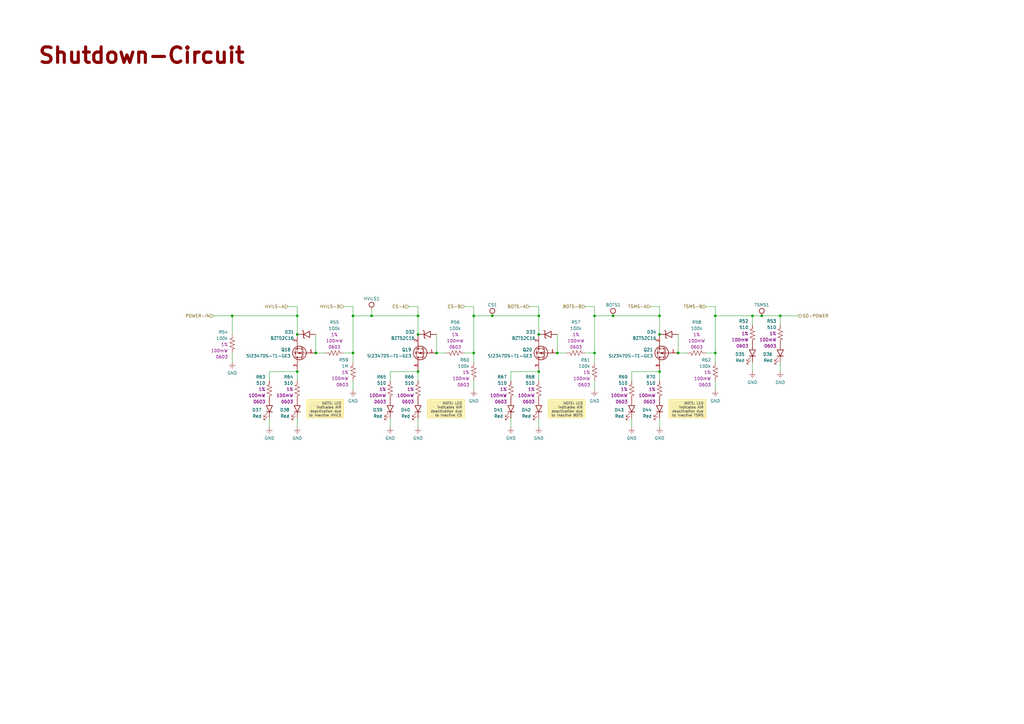
<source format=kicad_sch>
(kicad_sch (version 20250114) (generator "eeschema") (generator_version "9.0")
  (paper "A3")
  (lib_symbols
    (symbol "-Diodes-LED:NCD0805R1" (pin_numbers (hide yes)) (pin_names (hide yes))
      (property "Reference" "D" (at 0 -7.62 0))
      (property "Value" "Red" (at 0 -11.43 0))
      (symbol "NCD0805R1_1_1"
        (pin passive line (at 0 0 0) (length 2.54) (name "A") (number "2"))
        (pin passive line (at 7.62 0 180) (length 2.54) (name "K") (number "1"))
      )
    )
    (symbol "-Diodes-Zener:BZT52C16" (pin_numbers (hide yes)) (pin_names (hide yes))
      (property "Reference" "D" (at 0 -7.62 0))
      (property "Value" "BZT52C16" (at 0 -11.43 0))
      (symbol "BZT52C16_1_1"
        (pin passive line (at 0 0 0) (length 2.54) (name "A") (number "2"))
        (pin passive line (at 7.62 0 180) (length 2.54) (name "K") (number "1"))
      )
    )
    (symbol "-MOSFET-P-Channel:SI2347DS-T1-GE3" (pin_names (hide yes))
      (property "Reference" "Q" (at 0 -19.05 0))
      (property "Value" "SI2347DS-T1-GE3" (at 0 -22.86 0))
      (symbol "SI2347DS-T1-GE3_1_1"
        (pin passive line (at 0 0 0) (length 3.937) (name "G") (number "1"))
        (pin passive line (at 7.62 7.62 270) (length 4.953) (name "D") (number "3"))
        (pin passive line (at 7.62 -7.62 90) (length 4.953) (name "S") (number "2"))
      )
    )
    (symbol "-R-SMD-0603:R-0603-100k-1%-100mW-100PPM" (pin_numbers (hide yes)) (pin_names (hide yes))
      (property "Reference" "R" (at 0 -7.62 0))
      (property "Value" "100k" (at 0 -11.43 0))
      (property "Tolerance" "1%" (at 0 -26.67 0))
      (property "Power Rating" "100mW" (at 0 -30.48 0))
      (property "Case/Package" "0603" (at 0 -34.29 0))
      (symbol "R-0603-100k-1%-100mW-100PPM_1_1"
        (pin passive line (at 0 0 0) (length 1.27) (name "1") (number "1"))
        (pin passive line (at 7.62 0 180) (length 1.27) (name "2") (number "2"))
      )
    )
    (symbol "-R-SMD-0603:R-0603-1M-1%-100mW-100PPM" (pin_numbers (hide yes)) (pin_names (hide yes))
      (property "Reference" "R" (at 0 -7.62 0))
      (property "Value" "1M" (at 0 -11.43 0))
      (property "Tolerance" "1%" (at 0 -26.67 0))
      (property "Power Rating" "100mW" (at 0 -30.48 0))
      (property "Case/Package" "0603" (at 0 -34.29 0))
      (symbol "R-0603-1M-1%-100mW-100PPM_1_1"
        (pin passive line (at 0 0 0) (length 1.27) (name "1") (number "1"))
        (pin passive line (at 7.62 0 180) (length 1.27) (name "2") (number "2"))
      )
    )
    (symbol "-R-SMD-0603:R-0603-510-1%-100mW-100PPM" (pin_numbers (hide yes)) (pin_names (hide yes))
      (property "Reference" "R" (at 0 -7.62 0))
      (property "Value" "510" (at 0 -11.43 0))
      (property "Tolerance" "1%" (at 0 -26.67 0))
      (property "Power Rating" "100mW" (at 0 -30.48 0))
      (property "Case/Package" "0603" (at 0 -34.29 0))
      (symbol "R-0603-510-1%-100mW-100PPM_1_1"
        (pin passive line (at 0 0 0) (length 1.27) (name "1") (number "1"))
        (pin passive line (at 7.62 0 180) (length 1.27) (name "2") (number "2"))
      )
    )
    (symbol "-Test-Points:Square-Pad-1mm" (pin_numbers (hide yes)) (pin_names (hide yes))
      (property "Reference" "TP" (at 0 -11.43 0))
      (symbol "Square-Pad-1mm_1_1"
        (pin passive line (at 0 0 90) (length 0.9906) (name "1") (number "1"))
      )
    )
    (symbol "power:Earth" (power) (pin_numbers (hide yes)) (pin_names (offset 0) (hide yes))
      (property "Value" "Earth" (at 0 -3.81 0))
      (symbol "Earth_1_1"
        (pin power_in line (at 0 0 270) (length 0) (name "~") (number "1"))
      )
    )
  )
  (text "Shutdown-Circuit" (at 15.24 26.67 0) (effects (font (size 6.35 6.35) (thickness 1.27) (bold yes)) (justify left bottom)))
  (text_box "NOTE: LED indicates AIR deactivation due to inactive HVILS" (at 140.97 163.83 0) (size -15.24 7.62) (margins 0.9525 0.9525 0.9525 0.9525) (stroke (width 0) (color 245 223 85 1)) (fill (type color) (color 247 238 178 1)) (effects (font (size 1.016 1.016)) (justify right top)))
  (text_box "NOTE: LED indicates AIR deactivation due to inactive BOTS" (at 240.03 163.83 0) (size -15.24 7.62) (margins 0.9525 0.9525 0.9525 0.9525) (stroke (width 0) (color 245 223 85 1)) (fill (type color) (color 247 238 178 1)) (effects (font (size 1.016 1.016)) (justify right top)))
  (text_box "NOTE: LED indicates AIR deactivation due to inactive CS" (at 190.5 163.83 0) (size -15.24 7.62) (margins 0.9525 0.9525 0.9525 0.9525) (stroke (width 0) (color 245 223 85 1)) (fill (type color) (color 247 238 178 1)) (effects (font (size 1.016 1.016)) (justify right top)))
  (text_box "NOTE: LED indicates AIR deactivation due to inactive TSMS" (at 274.32 163.83 0) (size 15.24 7.62) (margins 0.9525 0.9525 0.9525 0.9525) (stroke (width 0) (color 245 223 85 1)) (fill (type color) (color 247 238 178 1)) (effects (font (size 1.016 1.016)) (justify right top)))
  (junction (at 129.54 144.78))
  (junction (at 220.98 152.4))
  (junction (at 243.84 144.78))
  (junction (at 320.04 129.54))
  (junction (at 194.31 129.54))
  (junction (at 308.61 129.54))
  (junction (at 121.92 137.16))
  (junction (at 220.98 129.54))
  (junction (at 144.78 144.78))
  (junction (at 152.4 129.54))
  (junction (at 171.45 129.54))
  (junction (at 251.46 129.54))
  (junction (at 201.93 129.54))
  (junction (at 293.37 129.54))
  (junction (at 270.51 129.54))
  (junction (at 270.51 137.16))
  (junction (at 171.45 152.4))
  (junction (at 312.42 129.54))
  (junction (at 144.78 129.54))
  (junction (at 121.92 152.4))
  (junction (at 270.51 152.4))
  (junction (at 95.25 129.54))
  (junction (at 121.92 129.54))
  (junction (at 171.45 137.16))
  (junction (at 179.07 144.78))
  (junction (at 243.84 129.54))
  (junction (at 293.37 144.78))
  (junction (at 220.98 137.16))
  (junction (at 278.13 144.78))
  (junction (at 194.31 144.78))
  (junction (at 228.6 144.78))
  (wire (pts (xy 209.55 152.4) (xy 209.55 156.21)))
  (wire (pts (xy 320.04 129.54) (xy 312.42 129.54)))
  (wire (pts (xy 171.45 125.73) (xy 171.45 129.54)))
  (wire (pts (xy 220.98 129.54) (xy 220.98 137.16)))
  (wire (pts (xy 228.6 144.78) (xy 232.41 144.78)))
  (wire (pts (xy 289.56 125.73) (xy 293.37 125.73)))
  (wire (pts (xy 171.45 129.54) (xy 171.45 137.16)))
  (wire (pts (xy 293.37 125.73) (xy 293.37 129.54)))
  (wire (pts (xy 129.54 137.16) (xy 129.54 144.78)))
  (wire (pts (xy 129.54 144.78) (xy 133.35 144.78)))
  (wire (pts (xy 194.31 144.78) (xy 194.31 148.59)))
  (wire (pts (xy 320.04 129.54) (xy 327.66 129.54)))
  (wire (pts (xy 121.92 125.73) (xy 121.92 129.54)))
  (wire (pts (xy 259.08 171.45) (xy 259.08 175.26)))
  (wire (pts (xy 243.84 125.73) (xy 243.84 129.54)))
  (wire (pts (xy 167.64 125.73) (xy 171.45 125.73)))
  (wire (pts (xy 278.13 137.16) (xy 278.13 144.78)))
  (wire (pts (xy 220.98 171.45) (xy 220.98 175.26)))
  (wire (pts (xy 201.93 129.54) (xy 194.31 129.54)))
  (wire (pts (xy 171.45 152.4) (xy 171.45 156.21)))
  (wire (pts (xy 220.98 152.4) (xy 220.98 156.21)))
  (wire (pts (xy 121.92 129.54) (xy 121.92 137.16)))
  (wire (pts (xy 308.61 148.59) (xy 308.61 152.4)))
  (wire (pts (xy 220.98 152.4) (xy 209.55 152.4)))
  (wire (pts (xy 171.45 152.4) (xy 160.02 152.4)))
  (wire (pts (xy 144.78 125.73) (xy 144.78 129.54)))
  (wire (pts (xy 144.78 144.78) (xy 144.78 148.59)))
  (wire (pts (xy 308.61 129.54) (xy 293.37 129.54)))
  (wire (pts (xy 160.02 171.45) (xy 160.02 175.26)))
  (wire (pts (xy 179.07 144.78) (xy 182.88 144.78)))
  (wire (pts (xy 87.63 129.54) (xy 95.25 129.54)))
  (wire (pts (xy 266.7 125.73) (xy 270.51 125.73)))
  (wire (pts (xy 259.08 152.4) (xy 259.08 156.21)))
  (wire (pts (xy 144.78 144.78) (xy 140.97 144.78)))
  (wire (pts (xy 171.45 171.45) (xy 171.45 175.26)))
  (wire (pts (xy 152.4 129.54) (xy 144.78 129.54)))
  (wire (pts (xy 121.92 129.54) (xy 95.25 129.54)))
  (wire (pts (xy 194.31 144.78) (xy 190.5 144.78)))
  (wire (pts (xy 320.04 148.59) (xy 320.04 152.4)))
  (wire (pts (xy 194.31 125.73) (xy 194.31 129.54)))
  (wire (pts (xy 95.25 144.78) (xy 95.25 148.59)))
  (wire (pts (xy 121.92 152.4) (xy 121.92 156.21)))
  (wire (pts (xy 209.55 171.45) (xy 209.55 175.26)))
  (wire (pts (xy 179.07 137.16) (xy 179.07 144.78)))
  (wire (pts (xy 201.93 129.54) (xy 220.98 129.54)))
  (wire (pts (xy 118.11 125.73) (xy 121.92 125.73)))
  (wire (pts (xy 121.92 171.45) (xy 121.92 175.26)))
  (wire (pts (xy 160.02 152.4) (xy 160.02 156.21)))
  (wire (pts (xy 220.98 125.73) (xy 220.98 129.54)))
  (wire (pts (xy 278.13 144.78) (xy 281.94 144.78)))
  (wire (pts (xy 251.46 129.54) (xy 270.51 129.54)))
  (wire (pts (xy 217.17 125.73) (xy 220.98 125.73)))
  (wire (pts (xy 190.5 125.73) (xy 194.31 125.73)))
  (wire (pts (xy 110.49 152.4) (xy 110.49 156.21)))
  (wire (pts (xy 140.97 125.73) (xy 144.78 125.73)))
  (wire (pts (xy 240.03 125.73) (xy 243.84 125.73)))
  (wire (pts (xy 270.51 152.4) (xy 270.51 156.21)))
  (wire (pts (xy 270.51 171.45) (xy 270.51 175.26)))
  (wire (pts (xy 121.92 152.4) (xy 110.49 152.4)))
  (wire (pts (xy 293.37 144.78) (xy 289.56 144.78)))
  (wire (pts (xy 228.6 137.16) (xy 228.6 144.78)))
  (wire (pts (xy 293.37 160.02) (xy 293.37 156.21)))
  (wire (pts (xy 243.84 129.54) (xy 243.84 144.78)))
  (wire (pts (xy 152.4 129.54) (xy 171.45 129.54)))
  (wire (pts (xy 152.4 127) (xy 152.4 129.54)))
  (wire (pts (xy 270.51 129.54) (xy 270.51 137.16)))
  (wire (pts (xy 308.61 129.54) (xy 308.61 133.35)))
  (wire (pts (xy 144.78 129.54) (xy 144.78 144.78)))
  (wire (pts (xy 144.78 160.02) (xy 144.78 156.21)))
  (wire (pts (xy 293.37 129.54) (xy 293.37 144.78)))
  (wire (pts (xy 243.84 144.78) (xy 243.84 148.59)))
  (wire (pts (xy 320.04 129.54) (xy 320.04 133.35)))
  (wire (pts (xy 95.25 129.54) (xy 95.25 137.16)))
  (wire (pts (xy 312.42 129.54) (xy 308.61 129.54)))
  (wire (pts (xy 270.51 152.4) (xy 259.08 152.4)))
  (wire (pts (xy 110.49 171.45) (xy 110.49 175.26)))
  (wire (pts (xy 194.31 129.54) (xy 194.31 144.78)))
  (wire (pts (xy 293.37 144.78) (xy 293.37 148.59)))
  (wire (pts (xy 270.51 125.73) (xy 270.51 129.54)))
  (wire (pts (xy 243.84 144.78) (xy 240.03 144.78)))
  (wire (pts (xy 194.31 160.02) (xy 194.31 156.21)))
  (wire (pts (xy 251.46 129.54) (xy 243.84 129.54)))
  (wire (pts (xy 243.84 160.02) (xy 243.84 156.21)))
  (hierarchical_label "BOTS-A" (shape input) (at 217.17 125.73 180))
  (hierarchical_label "BOTS-B" (shape input) (at 240.03 125.73 180))
  (hierarchical_label "CS-A" (shape input) (at 167.64 125.73 180))
  (hierarchical_label "POWER-IN" (shape input) (at 87.63 129.54 180))
  (hierarchical_label "SD-POWER" (shape output) (at 327.66 129.54 0))
  (hierarchical_label "TSMS-A" (shape input) (at 266.7 125.73 180))
  (hierarchical_label "HVILS-A" (shape input) (at 118.11 125.73 180))
  (hierarchical_label "CS-B" (shape input) (at 190.5 125.73 180))
  (hierarchical_label "HVILS-B" (shape input) (at 140.97 125.73 180))
  (hierarchical_label "TSMS-B" (shape input) (at 289.56 125.73 180))
  (symbol (lib_id "-R-SMD-0603:R-0603-100k-1%-100mW-100PPM") (at 240.03 144.78 0) (mirror y) (unit 1)
    (property "Reference" "R57" (at 236.217 132.1741 0))
    (property "Value" "100k" (at 236.217 134.7141 0))
    (property "Footprint" "Resistor_SMD:R_0603_1608Metric_Pad0.98x0.95mm_HandSolder" (effects (hide yes)))
    (property "Datasheet" "https://jlcpcb.com/api/file/downloadByFileSystemAccessId/8579706350726930432" (effects (hide yes)))
    (property "Description" "100kΩ 0603 JLCPCB Basic Resistor" (effects (hide yes)))
    (property "Tolerance" "1%" (at 236.217 137.2541 0))
    (property "Power Rating" "100mW" (at 236.217 139.7941 0))
    (property "Case/Package" "0603" (at 236.217 142.3341 0))
    (property "Link" "https://jlcpcb.com/partdetail/26546-0603WAF1003T5E/C25803" (effects (hide yes)))
    (property "Manufacturer" "UNI-ROYAL" (effects (hide yes)))
    (property "Manufacturer P/N" "0603WAF1003T5E" (effects (hide yes)))
    (property "Digikey P/N" "RG16P100KBCT-ND" (effects (hide yes)))
    (property "Mouser P/N" "754-RG1608P-104-B-T5" (effects (hide yes)))
    (property "LCSC P/N" "C25803" (effects (hide yes)))
  )
  (symbol (lib_id "power:Earth") (at 194.31 160.02 0) (mirror y) (unit 1)
    (property "Reference" "#PWR054" (effects (hide yes)))
    (property "Value" "GND" (at 194.31 164.465 0))
    (property "Description" "Power symbol creates a global label with name \"Earth\"" (effects (hide yes)))
  )
  (symbol (lib_id "-R-SMD-0603:R-0603-100k-1%-100mW-100PPM") (at 140.97 144.78 0) (mirror y) (unit 1)
    (property "Reference" "R55" (at 137.157 132.1741 0))
    (property "Value" "100k" (at 137.157 134.7141 0))
    (property "Footprint" "Resistor_SMD:R_0603_1608Metric_Pad0.98x0.95mm_HandSolder" (effects (hide yes)))
    (property "Datasheet" "https://jlcpcb.com/api/file/downloadByFileSystemAccessId/8579706350726930432" (effects (hide yes)))
    (property "Description" "100kΩ 0603 JLCPCB Basic Resistor" (effects (hide yes)))
    (property "Tolerance" "1%" (at 137.157 137.2541 0))
    (property "Power Rating" "100mW" (at 137.157 139.7941 0))
    (property "Case/Package" "0603" (at 137.157 142.3341 0))
    (property "Link" "https://jlcpcb.com/partdetail/26546-0603WAF1003T5E/C25803" (effects (hide yes)))
    (property "Manufacturer" "UNI-ROYAL" (effects (hide yes)))
    (property "Manufacturer P/N" "0603WAF1003T5E" (effects (hide yes)))
    (property "Digikey P/N" "RG16P100KBCT-ND" (effects (hide yes)))
    (property "Mouser P/N" "754-RG1608P-104-B-T5" (effects (hide yes)))
    (property "LCSC P/N" "C25803" (effects (hide yes)))
  )
  (symbol (lib_id "-R-SMD-0603:R-0603-1M-1%-100mW-100PPM") (at 144.78 156.21 270) (mirror x) (unit 1)
    (property "Reference" "R59" (at 142.9411 147.6179 90) (effects (justify right)))
    (property "Value" "1M" (at 142.9411 150.1579 90) (effects (justify right)))
    (property "Footprint" "Resistor_SMD:R_0603_1608Metric_Pad0.98x0.95mm_HandSolder" (effects (hide yes)))
    (property "Datasheet" "https://jlcpcb.com/api/file/downloadByFileSystemAccessId/8579706152755920896" (effects (hide yes)))
    (property "Description" "1MΩ 0603 JLCPCB Basic Resistor" (effects (hide yes)))
    (property "Tolerance" "1%" (at 142.9411 152.6979 90) (effects (justify right)))
    (property "Power Rating" "100mW" (at 142.9411 155.2379 90) (effects (justify right)))
    (property "Case/Package" "0603" (at 142.9411 157.7779 90) (effects (justify right)))
    (property "Link" "https://jlcpcb.com/partdetail/23662-0603WAF1004T5E/C22935" (effects (hide yes)))
    (property "Manufacturer" "UNI-ROYAL" (effects (hide yes)))
    (property "Manufacturer P/N" "0603WAF1004T5E" (effects (hide yes)))
    (property "Digikey P/N" "YAG4498CT-ND" (effects (hide yes)))
    (property "Mouser P/N" "603-RT0603BRD071ML" (effects (hide yes)))
    (property "LCSC P/N" "C22935" (effects (hide yes)))
  )
  (symbol (lib_id "power:Earth") (at 110.49 175.26 0) (mirror y) (unit 1)
    (property "Reference" "#PWR057" (effects (hide yes)))
    (property "Value" "GND" (at 110.49 179.705 0))
    (property "Description" "Power symbol creates a global label with name \"Earth\"" (effects (hide yes)))
  )
  (symbol (lib_id "power:Earth") (at 259.08 175.26 0) (mirror y) (unit 1)
    (property "Reference" "#PWR063" (effects (hide yes)))
    (property "Value" "GND" (at 259.08 179.705 0))
    (property "Description" "Power symbol creates a global label with name \"Earth\"" (effects (hide yes)))
  )
  (symbol (lib_id "-R-SMD-0603:R-0603-100k-1%-100mW-100PPM") (at 243.84 156.21 270) (mirror x) (unit 1)
    (property "Reference" "R61" (at 242.0949 147.658 90) (effects (justify right)))
    (property "Value" "100k" (at 242.0949 150.198 90) (effects (justify right)))
    (property "Footprint" "Resistor_SMD:R_0603_1608Metric_Pad0.98x0.95mm_HandSolder" (effects (hide yes)))
    (property "Datasheet" "https://jlcpcb.com/api/file/downloadByFileSystemAccessId/8579706350726930432" (effects (hide yes)))
    (property "Description" "100kΩ 0603 JLCPCB Basic Resistor" (effects (hide yes)))
    (property "Tolerance" "1%" (at 242.0949 152.738 90) (effects (justify right)))
    (property "Power Rating" "100mW" (at 242.0949 155.278 90) (effects (justify right)))
    (property "Case/Package" "0603" (at 242.0949 157.818 90) (effects (justify right)))
    (property "Link" "https://jlcpcb.com/partdetail/26546-0603WAF1003T5E/C25803" (effects (hide yes)))
    (property "Manufacturer" "UNI-ROYAL" (effects (hide yes)))
    (property "Manufacturer P/N" "0603WAF1003T5E" (effects (hide yes)))
    (property "Digikey P/N" "RG16P100KBCT-ND" (effects (hide yes)))
    (property "Mouser P/N" "754-RG1608P-104-B-T5" (effects (hide yes)))
    (property "LCSC P/N" "C25803" (effects (hide yes)))
  )
  (symbol (lib_id "power:Earth") (at 220.98 175.26 0) (mirror y) (unit 1)
    (property "Reference" "#PWR062" (effects (hide yes)))
    (property "Value" "GND" (at 220.98 179.705 0))
    (property "Description" "Power symbol creates a global label with name \"Earth\"" (effects (hide yes)))
  )
  (symbol (lib_id "-Diodes-Zener:BZT52C16") (at 129.54 137.16 0) (mirror y) (unit 1)
    (property "Reference" "D31" (at 120.6226 136.1732 0) (effects (justify left)))
    (property "Value" "BZT52C16" (at 120.6226 138.7132 0) (effects (justify left)))
    (property "Footprint" "Diode_SMD:D_SOD-123" (effects (hide yes)))
    (property "Datasheet" "https://diotec.com/request/datasheet/bzt52c2v4.pdf" (effects (hide yes)))
    (property "Description" "Zener Diode 16 V 500 mW ±5% Surface Mount SOD-123F" (effects (hide yes)))
    (property "Link" "https://www.digikey.com/en/products/detail/diotec-semiconductor/BZT52C16/22192605?s=N4IgTCBcDaICwA4DsCC0AhAWgFQKxgGEBGANgO1QDkAREAXQF8g" (effects (hide yes)))
    (property "Manufacturer" "Diotec" (effects (hide yes)))
    (property "Manufacturer P/N" "BZT52C16" (effects (hide yes)))
    (property "Digikey P/N" "4878-BZT52C16CT-ND" (effects (hide yes)))
    (property "Mouser P/N" "637-BZT52C16" (effects (hide yes)))
    (property "LCSC P/N" "C2105" (effects (hide yes)))
  )
  (symbol (lib_id "-Diodes-Zener:BZT52C16") (at 179.07 137.16 0) (mirror y) (unit 1)
    (property "Reference" "D32" (at 170.1526 136.1732 0) (effects (justify left)))
    (property "Value" "BZT52C16" (at 170.1526 138.7132 0) (effects (justify left)))
    (property "Footprint" "Diode_SMD:D_SOD-123" (effects (hide yes)))
    (property "Datasheet" "https://diotec.com/request/datasheet/bzt52c2v4.pdf" (effects (hide yes)))
    (property "Description" "Zener Diode 16 V 500 mW ±5% Surface Mount SOD-123F" (effects (hide yes)))
    (property "Link" "https://www.digikey.com/en/products/detail/diotec-semiconductor/BZT52C16/22192605?s=N4IgTCBcDaICwA4DsCC0AhAWgFQKxgGEBGANgO1QDkAREAXQF8g" (effects (hide yes)))
    (property "Manufacturer" "Diotec" (effects (hide yes)))
    (property "Manufacturer P/N" "BZT52C16" (effects (hide yes)))
    (property "Digikey P/N" "4878-BZT52C16CT-ND" (effects (hide yes)))
    (property "Mouser P/N" "637-BZT52C16" (effects (hide yes)))
    (property "LCSC P/N" "C2105" (effects (hide yes)))
  )
  (symbol (lib_id "power:Earth") (at 171.45 175.26 0) (mirror y) (unit 1)
    (property "Reference" "#PWR060" (effects (hide yes)))
    (property "Value" "GND" (at 171.45 179.705 0))
    (property "Description" "Power symbol creates a global label with name \"Earth\"" (effects (hide yes)))
  )
  (symbol (lib_id "-Diodes-LED:NCD0805R1") (at 171.45 163.83 90) (mirror x) (unit 1)
    (property "Reference" "D40" (at 168.2715 168.1433 90) (effects (justify left)))
    (property "Value" "Red" (at 168.2715 170.6833 90) (effects (justify left)))
    (property "Footprint" "LED_SMD:LED_0805_2012Metric" (effects (hide yes)))
    (property "Datasheet" "https://jlcpcb.com/api/file/downloadByFileSystemAccessId/8550724080677908480" (effects (hide yes)))
    (property "Description" "Red LED, SMD 0805, 615-630 nm, Vf 1.6-2.6 V" (effects (hide yes)))
    (property "Link" "https://jlcpcb.com/partdetail/85425-NCD0805R1/C84256" (effects (hide yes)))
    (property "Manufacturer" "Foshan NationStar Optoelectronics" (effects (hide yes)))
    (property "Manufacturer P/N" "NCD0805R1" (effects (hide yes)))
    (property "Digikey P/N" "350-2039-1-ND" (effects (hide yes)))
    (property "Mouser P/N" "645-598-8120-107F" (effects (hide yes)))
    (property "LCSC P/N" "C84256" (effects (hide yes)))
  )
  (symbol (lib_id "-R-SMD-0603:R-0603-100k-1%-100mW-100PPM") (at 95.25 144.78 270) (mirror x) (unit 1)
    (property "Reference" "R54" (at 93.5049 136.228 90) (effects (justify right)))
    (property "Value" "100k" (at 93.5049 138.768 90) (effects (justify right)))
    (property "Footprint" "Resistor_SMD:R_0603_1608Metric_Pad0.98x0.95mm_HandSolder" (effects (hide yes)))
    (property "Datasheet" "https://jlcpcb.com/api/file/downloadByFileSystemAccessId/8579706350726930432" (effects (hide yes)))
    (property "Description" "100kΩ 0603 JLCPCB Basic Resistor" (effects (hide yes)))
    (property "Tolerance" "1%" (at 93.5049 141.308 90) (effects (justify right)))
    (property "Power Rating" "100mW" (at 93.5049 143.848 90) (effects (justify right)))
    (property "Case/Package" "0603" (at 93.5049 146.388 90) (effects (justify right)))
    (property "Link" "https://jlcpcb.com/partdetail/26546-0603WAF1003T5E/C25803" (effects (hide yes)))
    (property "Manufacturer" "UNI-ROYAL" (effects (hide yes)))
    (property "Manufacturer P/N" "0603WAF1003T5E" (effects (hide yes)))
    (property "Digikey P/N" "RG16P100KBCT-ND" (effects (hide yes)))
    (property "Mouser P/N" "754-RG1608P-104-B-T5" (effects (hide yes)))
    (property "LCSC P/N" "C25803" (effects (hide yes)))
  )
  (symbol (lib_id "-Diodes-LED:NCD0805R1") (at 259.08 163.83 90) (mirror x) (unit 1)
    (property "Reference" "D43" (at 255.9015 168.1433 90) (effects (justify left)))
    (property "Value" "Red" (at 255.9015 170.6833 90) (effects (justify left)))
    (property "Footprint" "LED_SMD:LED_0805_2012Metric" (effects (hide yes)))
    (property "Datasheet" "https://jlcpcb.com/api/file/downloadByFileSystemAccessId/8550724080677908480" (effects (hide yes)))
    (property "Description" "Red LED, SMD 0805, 615-630 nm, Vf 1.6-2.6 V" (effects (hide yes)))
    (property "Link" "https://jlcpcb.com/partdetail/85425-NCD0805R1/C84256" (effects (hide yes)))
    (property "Manufacturer" "Foshan NationStar Optoelectronics" (effects (hide yes)))
    (property "Manufacturer P/N" "NCD0805R1" (effects (hide yes)))
    (property "Digikey P/N" "350-2039-1-ND" (effects (hide yes)))
    (property "Mouser P/N" "645-598-8120-107F" (effects (hide yes)))
    (property "LCSC P/N" "C84256" (effects (hide yes)))
  )
  (symbol (lib_id "-R-SMD-0603:R-0603-510-1%-100mW-100PPM") (at 209.55 163.83 270) (mirror x) (unit 1)
    (property "Reference" "R67" (at 207.942 154.5928 90) (effects (justify right)))
    (property "Value" "510" (at 207.942 157.1328 90) (effects (justify right)))
    (property "Footprint" "Resistor_SMD:R_0603_1608Metric_Pad0.98x0.95mm_HandSolder" (effects (hide yes)))
    (property "Datasheet" "https://jlcpcb.com/api/file/downloadByFileSystemAccessId/8579706285526474752" (effects (hide yes)))
    (property "Description" "510Ω 0603 JLCPCB Basic Resistor" (effects (hide yes)))
    (property "Tolerance" "1%" (at 207.942 159.6728 90) (effects (justify right)))
    (property "Power Rating" "100mW" (at 207.942 162.2128 90) (effects (justify right)))
    (property "Case/Package" "0603" (at 207.942 164.7528 90) (effects (justify right)))
    (property "Link" "https://jlcpcb.com/partdetail/23920-0603WAF5100T5E/C23193" (effects (hide yes)))
    (property "Manufacturer" "UNI-ROYAL" (effects (hide yes)))
    (property "Manufacturer P/N" "0603WAF5100T5E" (effects (hide yes)))
    (property "Digikey P/N" "RR08P510DCT-ND" (effects (hide yes)))
    (property "Mouser P/N" "754-RR0816P-511D" (effects (hide yes)))
    (property "LCSC P/N" "C23193" (effects (hide yes)))
  )
  (symbol (lib_id "-Diodes-LED:NCD0805R1") (at 209.55 163.83 90) (mirror x) (unit 1)
    (property "Reference" "D41" (at 206.3715 168.1433 90) (effects (justify left)))
    (property "Value" "Red" (at 206.3715 170.6833 90) (effects (justify left)))
    (property "Footprint" "LED_SMD:LED_0805_2012Metric" (effects (hide yes)))
    (property "Datasheet" "https://jlcpcb.com/api/file/downloadByFileSystemAccessId/8550724080677908480" (effects (hide yes)))
    (property "Description" "Red LED, SMD 0805, 615-630 nm, Vf 1.6-2.6 V" (effects (hide yes)))
    (property "Link" "https://jlcpcb.com/partdetail/85425-NCD0805R1/C84256" (effects (hide yes)))
    (property "Manufacturer" "Foshan NationStar Optoelectronics" (effects (hide yes)))
    (property "Manufacturer P/N" "NCD0805R1" (effects (hide yes)))
    (property "Digikey P/N" "350-2039-1-ND" (effects (hide yes)))
    (property "Mouser P/N" "645-598-8120-107F" (effects (hide yes)))
    (property "LCSC P/N" "C84256" (effects (hide yes)))
  )
  (symbol (lib_id "-R-SMD-0603:R-0603-100k-1%-100mW-100PPM") (at 289.56 144.78 0) (mirror y) (unit 1)
    (property "Reference" "R58" (at 285.747 132.1741 0))
    (property "Value" "100k" (at 285.747 134.7141 0))
    (property "Footprint" "Resistor_SMD:R_0603_1608Metric_Pad0.98x0.95mm_HandSolder" (effects (hide yes)))
    (property "Datasheet" "https://jlcpcb.com/api/file/downloadByFileSystemAccessId/8579706350726930432" (effects (hide yes)))
    (property "Description" "100kΩ 0603 JLCPCB Basic Resistor" (effects (hide yes)))
    (property "Tolerance" "1%" (at 285.747 137.2541 0))
    (property "Power Rating" "100mW" (at 285.747 139.7941 0))
    (property "Case/Package" "0603" (at 285.747 142.3341 0))
    (property "Link" "https://jlcpcb.com/partdetail/26546-0603WAF1003T5E/C25803" (effects (hide yes)))
    (property "Manufacturer" "UNI-ROYAL" (effects (hide yes)))
    (property "Manufacturer P/N" "0603WAF1003T5E" (effects (hide yes)))
    (property "Digikey P/N" "RG16P100KBCT-ND" (effects (hide yes)))
    (property "Mouser P/N" "754-RG1608P-104-B-T5" (effects (hide yes)))
    (property "LCSC P/N" "C25803" (effects (hide yes)))
  )
  (symbol (lib_id "-R-SMD-0603:R-0603-100k-1%-100mW-100PPM") (at 293.37 156.21 270) (mirror x) (unit 1)
    (property "Reference" "R62" (at 291.6249 147.658 90) (effects (justify right)))
    (property "Value" "100k" (at 291.6249 150.198 90) (effects (justify right)))
    (property "Footprint" "Resistor_SMD:R_0603_1608Metric_Pad0.98x0.95mm_HandSolder" (effects (hide yes)))
    (property "Datasheet" "https://jlcpcb.com/api/file/downloadByFileSystemAccessId/8579706350726930432" (effects (hide yes)))
    (property "Description" "100kΩ 0603 JLCPCB Basic Resistor" (effects (hide yes)))
    (property "Tolerance" "1%" (at 291.6249 152.738 90) (effects (justify right)))
    (property "Power Rating" "100mW" (at 291.6249 155.278 90) (effects (justify right)))
    (property "Case/Package" "0603" (at 291.6249 157.818 90) (effects (justify right)))
    (property "Link" "https://jlcpcb.com/partdetail/26546-0603WAF1003T5E/C25803" (effects (hide yes)))
    (property "Manufacturer" "UNI-ROYAL" (effects (hide yes)))
    (property "Manufacturer P/N" "0603WAF1003T5E" (effects (hide yes)))
    (property "Digikey P/N" "RG16P100KBCT-ND" (effects (hide yes)))
    (property "Mouser P/N" "754-RG1608P-104-B-T5" (effects (hide yes)))
    (property "LCSC P/N" "C25803" (effects (hide yes)))
  )
  (symbol (lib_id "-R-SMD-0603:R-0603-510-1%-100mW-100PPM") (at 121.92 163.83 270) (mirror x) (unit 1)
    (property "Reference" "R64" (at 120.312 154.5928 90) (effects (justify right)))
    (property "Value" "510" (at 120.312 157.1328 90) (effects (justify right)))
    (property "Footprint" "Resistor_SMD:R_0603_1608Metric_Pad0.98x0.95mm_HandSolder" (effects (hide yes)))
    (property "Datasheet" "https://jlcpcb.com/api/file/downloadByFileSystemAccessId/8579706285526474752" (effects (hide yes)))
    (property "Description" "510Ω 0603 JLCPCB Basic Resistor" (effects (hide yes)))
    (property "Tolerance" "1%" (at 120.312 159.6728 90) (effects (justify right)))
    (property "Power Rating" "100mW" (at 120.312 162.2128 90) (effects (justify right)))
    (property "Case/Package" "0603" (at 120.312 164.7528 90) (effects (justify right)))
    (property "Link" "https://jlcpcb.com/partdetail/23920-0603WAF5100T5E/C23193" (effects (hide yes)))
    (property "Manufacturer" "UNI-ROYAL" (effects (hide yes)))
    (property "Manufacturer P/N" "0603WAF5100T5E" (effects (hide yes)))
    (property "Digikey P/N" "RR08P510DCT-ND" (effects (hide yes)))
    (property "Mouser P/N" "754-RR0816P-511D" (effects (hide yes)))
    (property "LCSC P/N" "C23193" (effects (hide yes)))
  )
  (symbol (lib_id "-R-SMD-0603:R-0603-510-1%-100mW-100PPM") (at 110.49 163.83 270) (mirror x) (unit 1)
    (property "Reference" "R63" (at 108.882 154.5928 90) (effects (justify right)))
    (property "Value" "510" (at 108.882 157.1328 90) (effects (justify right)))
    (property "Footprint" "Resistor_SMD:R_0603_1608Metric_Pad0.98x0.95mm_HandSolder" (effects (hide yes)))
    (property "Datasheet" "https://jlcpcb.com/api/file/downloadByFileSystemAccessId/8579706285526474752" (effects (hide yes)))
    (property "Description" "510Ω 0603 JLCPCB Basic Resistor" (effects (hide yes)))
    (property "Tolerance" "1%" (at 108.882 159.6728 90) (effects (justify right)))
    (property "Power Rating" "100mW" (at 108.882 162.2128 90) (effects (justify right)))
    (property "Case/Package" "0603" (at 108.882 164.7528 90) (effects (justify right)))
    (property "Link" "https://jlcpcb.com/partdetail/23920-0603WAF5100T5E/C23193" (effects (hide yes)))
    (property "Manufacturer" "UNI-ROYAL" (effects (hide yes)))
    (property "Manufacturer P/N" "0603WAF5100T5E" (effects (hide yes)))
    (property "Digikey P/N" "RR08P510DCT-ND" (effects (hide yes)))
    (property "Mouser P/N" "754-RR0816P-511D" (effects (hide yes)))
    (property "LCSC P/N" "C23193" (effects (hide yes)))
  )
  (symbol (lib_id "-R-SMD-0603:R-0603-510-1%-100mW-100PPM") (at 308.61 140.97 270) (mirror x) (unit 1)
    (property "Reference" "R52" (at 307.002 131.7328 90) (effects (justify right)))
    (property "Value" "510" (at 307.002 134.2728 90) (effects (justify right)))
    (property "Footprint" "Resistor_SMD:R_0603_1608Metric_Pad0.98x0.95mm_HandSolder" (effects (hide yes)))
    (property "Datasheet" "https://jlcpcb.com/api/file/downloadByFileSystemAccessId/8579706285526474752" (effects (hide yes)))
    (property "Description" "510Ω 0603 JLCPCB Basic Resistor" (effects (hide yes)))
    (property "Tolerance" "1%" (at 307.002 136.8128 90) (effects (justify right)))
    (property "Power Rating" "100mW" (at 307.002 139.3528 90) (effects (justify right)))
    (property "Case/Package" "0603" (at 307.002 141.8928 90) (effects (justify right)))
    (property "Link" "https://jlcpcb.com/partdetail/23920-0603WAF5100T5E/C23193" (effects (hide yes)))
    (property "Manufacturer" "UNI-ROYAL" (effects (hide yes)))
    (property "Manufacturer P/N" "0603WAF5100T5E" (effects (hide yes)))
    (property "Digikey P/N" "RR08P510DCT-ND" (effects (hide yes)))
    (property "Mouser P/N" "754-RR0816P-511D" (effects (hide yes)))
    (property "LCSC P/N" "C23193" (effects (hide yes)))
  )
  (symbol (lib_id "-Test-Points:Square-Pad-1mm") (at 312.42 129.54 0) (mirror y) (unit 1)
    (property "Reference" "TSMS1" (at 312.4612 125.0539 0))
    (property "Value" "TSMS" (effects (hide yes)))
    (property "Footprint" "TestPoint:TestPoint_Pad_1.0x1.0mm" (effects (hide yes)))
    (property "Description" "Square Pad 1mm" (effects (hide yes)))
  )
  (symbol (lib_id "-Diodes-LED:NCD0805R1") (at 220.98 163.83 90) (mirror x) (unit 1)
    (property "Reference" "D42" (at 217.8015 168.1433 90) (effects (justify left)))
    (property "Value" "Red" (at 217.8015 170.6833 90) (effects (justify left)))
    (property "Footprint" "LED_SMD:LED_0805_2012Metric" (effects (hide yes)))
    (property "Datasheet" "https://jlcpcb.com/api/file/downloadByFileSystemAccessId/8550724080677908480" (effects (hide yes)))
    (property "Description" "Red LED, SMD 0805, 615-630 nm, Vf 1.6-2.6 V" (effects (hide yes)))
    (property "Link" "https://jlcpcb.com/partdetail/85425-NCD0805R1/C84256" (effects (hide yes)))
    (property "Manufacturer" "Foshan NationStar Optoelectronics" (effects (hide yes)))
    (property "Manufacturer P/N" "NCD0805R1" (effects (hide yes)))
    (property "Digikey P/N" "350-2039-1-ND" (effects (hide yes)))
    (property "Mouser P/N" "645-598-8120-107F" (effects (hide yes)))
    (property "LCSC P/N" "C84256" (effects (hide yes)))
  )
  (symbol (lib_id "power:Earth") (at 293.37 160.02 0) (mirror y) (unit 1)
    (property "Reference" "#PWR056" (effects (hide yes)))
    (property "Value" "GND" (at 293.37 164.465 0))
    (property "Description" "Power symbol creates a global label with name \"Earth\"" (effects (hide yes)))
  )
  (symbol (lib_id "-Diodes-Zener:BZT52C16") (at 278.13 137.16 0) (mirror y) (unit 1)
    (property "Reference" "D34" (at 269.2126 136.1732 0) (effects (justify left)))
    (property "Value" "BZT52C16" (at 269.2126 138.7132 0) (effects (justify left)))
    (property "Footprint" "Diode_SMD:D_SOD-123" (effects (hide yes)))
    (property "Datasheet" "https://diotec.com/request/datasheet/bzt52c2v4.pdf" (effects (hide yes)))
    (property "Description" "Zener Diode 16 V 500 mW ±5% Surface Mount SOD-123F" (effects (hide yes)))
    (property "Link" "https://www.digikey.com/en/products/detail/diotec-semiconductor/BZT52C16/22192605?s=N4IgTCBcDaICwA4DsCC0AhAWgFQKxgGEBGANgO1QDkAREAXQF8g" (effects (hide yes)))
    (property "Manufacturer" "Diotec" (effects (hide yes)))
    (property "Manufacturer P/N" "BZT52C16" (effects (hide yes)))
    (property "Digikey P/N" "4878-BZT52C16CT-ND" (effects (hide yes)))
    (property "Mouser P/N" "637-BZT52C16" (effects (hide yes)))
    (property "LCSC P/N" "C2105" (effects (hide yes)))
  )
  (symbol (lib_id "-Diodes-LED:NCD0805R1") (at 308.61 140.97 90) (mirror x) (unit 1)
    (property "Reference" "D35" (at 305.4315 145.2833 90) (effects (justify left)))
    (property "Value" "Red" (at 305.4315 147.8233 90) (effects (justify left)))
    (property "Footprint" "LED_SMD:LED_0805_2012Metric" (effects (hide yes)))
    (property "Datasheet" "https://jlcpcb.com/api/file/downloadByFileSystemAccessId/8550724080677908480" (effects (hide yes)))
    (property "Description" "Red LED, SMD 0805, 615-630 nm, Vf 1.6-2.6 V" (effects (hide yes)))
    (property "Link" "https://jlcpcb.com/partdetail/85425-NCD0805R1/C84256" (effects (hide yes)))
    (property "Manufacturer" "Foshan NationStar Optoelectronics" (effects (hide yes)))
    (property "Manufacturer P/N" "NCD0805R1" (effects (hide yes)))
    (property "Digikey P/N" "350-2039-1-ND" (effects (hide yes)))
    (property "Mouser P/N" "645-598-8120-107F" (effects (hide yes)))
    (property "LCSC P/N" "C84256" (effects (hide yes)))
  )
  (symbol (lib_id "-MOSFET-P-Channel:SI2347DS-T1-GE3") (at 179.07 144.78 180) (unit 1)
    (property "Reference" "Q19" (at 168.776 143.4232 0) (effects (justify left)))
    (property "Value" "SI2347DS-T1-GE3" (at 168.776 145.9632 0) (effects (justify left)))
    (property "Footprint" "Package_TO_SOT_SMD:SOT-23-3" (effects (hide yes)))
    (property "Datasheet" "https://www.vishay.com/docs/62827/si2347ds.pdf" (effects (hide yes)))
    (property "Description" "P-Channel 30 V 5A (Tc) 1.7W (Tc) Surface Mount SOT-23-3 (TO-236)" (effects (hide yes)))
    (property "Link" "https://www.digikey.com/en/products/detail/vishay-siliconix/SI2347DS-T1-GE3/4496222?s=N4IgTCBcDaIMoEkwGYAsB2AInAtAFQEYcBxAUWQGE8cA5TEAXQF8g" (effects (hide yes)))
    (property "Manufacturer" "Vishay" (effects (hide yes)))
    (property "Manufacturer P/N" "SI2347DS-T1-GE3" (effects (hide yes)))
    (property "Digikey P/N" "SI2347DS-T1-GE3CT-ND" (effects (hide yes)))
    (property "Mouser P/N" "78-SI2347DS-T1-GE3" (effects (hide yes)))
    (property "LCSC P/N" "C145002" (effects (hide yes)))
  )
  (symbol (lib_id "-Diodes-LED:NCD0805R1") (at 270.51 163.83 90) (mirror x) (unit 1)
    (property "Reference" "D44" (at 267.3315 168.1433 90) (effects (justify left)))
    (property "Value" "Red" (at 267.3315 170.6833 90) (effects (justify left)))
    (property "Footprint" "LED_SMD:LED_0805_2012Metric" (effects (hide yes)))
    (property "Datasheet" "https://jlcpcb.com/api/file/downloadByFileSystemAccessId/8550724080677908480" (effects (hide yes)))
    (property "Description" "Red LED, SMD 0805, 615-630 nm, Vf 1.6-2.6 V" (effects (hide yes)))
    (property "Link" "https://jlcpcb.com/partdetail/85425-NCD0805R1/C84256" (effects (hide yes)))
    (property "Manufacturer" "Foshan NationStar Optoelectronics" (effects (hide yes)))
    (property "Manufacturer P/N" "NCD0805R1" (effects (hide yes)))
    (property "Digikey P/N" "350-2039-1-ND" (effects (hide yes)))
    (property "Mouser P/N" "645-598-8120-107F" (effects (hide yes)))
    (property "LCSC P/N" "C84256" (effects (hide yes)))
  )
  (symbol (lib_id "-MOSFET-P-Channel:SI2347DS-T1-GE3") (at 278.13 144.78 180) (unit 1)
    (property "Reference" "Q21" (at 267.836 143.4232 0) (effects (justify left)))
    (property "Value" "SI2347DS-T1-GE3" (at 267.836 145.9632 0) (effects (justify left)))
    (property "Footprint" "Package_TO_SOT_SMD:SOT-23-3" (effects (hide yes)))
    (property "Datasheet" "https://www.vishay.com/docs/62827/si2347ds.pdf" (effects (hide yes)))
    (property "Description" "P-Channel 30 V 5A (Tc) 1.7W (Tc) Surface Mount SOT-23-3 (TO-236)" (effects (hide yes)))
    (property "Link" "https://www.digikey.com/en/products/detail/vishay-siliconix/SI2347DS-T1-GE3/4496222?s=N4IgTCBcDaIMoEkwGYAsB2AInAtAFQEYcBxAUWQGE8cA5TEAXQF8g" (effects (hide yes)))
    (property "Manufacturer" "Vishay" (effects (hide yes)))
    (property "Manufacturer P/N" "SI2347DS-T1-GE3" (effects (hide yes)))
    (property "Digikey P/N" "SI2347DS-T1-GE3CT-ND" (effects (hide yes)))
    (property "Mouser P/N" "78-SI2347DS-T1-GE3" (effects (hide yes)))
    (property "LCSC P/N" "C145002" (effects (hide yes)))
  )
  (symbol (lib_id "power:Earth") (at 243.84 160.02 0) (mirror y) (unit 1)
    (property "Reference" "#PWR055" (effects (hide yes)))
    (property "Value" "GND" (at 243.84 164.465 0))
    (property "Description" "Power symbol creates a global label with name \"Earth\"" (effects (hide yes)))
  )
  (symbol (lib_id "-MOSFET-P-Channel:SI2347DS-T1-GE3") (at 228.6 144.78 180) (unit 1)
    (property "Reference" "Q20" (at 218.306 143.4232 0) (effects (justify left)))
    (property "Value" "SI2347DS-T1-GE3" (at 218.306 145.9632 0) (effects (justify left)))
    (property "Footprint" "Package_TO_SOT_SMD:SOT-23-3" (effects (hide yes)))
    (property "Datasheet" "https://www.vishay.com/docs/62827/si2347ds.pdf" (effects (hide yes)))
    (property "Description" "P-Channel 30 V 5A (Tc) 1.7W (Tc) Surface Mount SOT-23-3 (TO-236)" (effects (hide yes)))
    (property "Link" "https://www.digikey.com/en/products/detail/vishay-siliconix/SI2347DS-T1-GE3/4496222?s=N4IgTCBcDaIMoEkwGYAsB2AInAtAFQEYcBxAUWQGE8cA5TEAXQF8g" (effects (hide yes)))
    (property "Manufacturer" "Vishay" (effects (hide yes)))
    (property "Manufacturer P/N" "SI2347DS-T1-GE3" (effects (hide yes)))
    (property "Digikey P/N" "SI2347DS-T1-GE3CT-ND" (effects (hide yes)))
    (property "Mouser P/N" "78-SI2347DS-T1-GE3" (effects (hide yes)))
    (property "LCSC P/N" "C145002" (effects (hide yes)))
  )
  (symbol (lib_id "-R-SMD-0603:R-0603-510-1%-100mW-100PPM") (at 160.02 163.83 270) (mirror x) (unit 1)
    (property "Reference" "R65" (at 158.412 154.5928 90) (effects (justify right)))
    (property "Value" "510" (at 158.412 157.1328 90) (effects (justify right)))
    (property "Footprint" "Resistor_SMD:R_0603_1608Metric_Pad0.98x0.95mm_HandSolder" (effects (hide yes)))
    (property "Datasheet" "https://jlcpcb.com/api/file/downloadByFileSystemAccessId/8579706285526474752" (effects (hide yes)))
    (property "Description" "510Ω 0603 JLCPCB Basic Resistor" (effects (hide yes)))
    (property "Tolerance" "1%" (at 158.412 159.6728 90) (effects (justify right)))
    (property "Power Rating" "100mW" (at 158.412 162.2128 90) (effects (justify right)))
    (property "Case/Package" "0603" (at 158.412 164.7528 90) (effects (justify right)))
    (property "Link" "https://jlcpcb.com/partdetail/23920-0603WAF5100T5E/C23193" (effects (hide yes)))
    (property "Manufacturer" "UNI-ROYAL" (effects (hide yes)))
    (property "Manufacturer P/N" "0603WAF5100T5E" (effects (hide yes)))
    (property "Digikey P/N" "RR08P510DCT-ND" (effects (hide yes)))
    (property "Mouser P/N" "754-RR0816P-511D" (effects (hide yes)))
    (property "LCSC P/N" "C23193" (effects (hide yes)))
  )
  (symbol (lib_id "-R-SMD-0603:R-0603-100k-1%-100mW-100PPM") (at 194.31 156.21 270) (mirror x) (unit 1)
    (property "Reference" "R60" (at 192.5649 147.658 90) (effects (justify right)))
    (property "Value" "100k" (at 192.5649 150.198 90) (effects (justify right)))
    (property "Footprint" "Resistor_SMD:R_0603_1608Metric_Pad0.98x0.95mm_HandSolder" (effects (hide yes)))
    (property "Datasheet" "https://jlcpcb.com/api/file/downloadByFileSystemAccessId/8579706350726930432" (effects (hide yes)))
    (property "Description" "100kΩ 0603 JLCPCB Basic Resistor" (effects (hide yes)))
    (property "Tolerance" "1%" (at 192.5649 152.738 90) (effects (justify right)))
    (property "Power Rating" "100mW" (at 192.5649 155.278 90) (effects (justify right)))
    (property "Case/Package" "0603" (at 192.5649 157.818 90) (effects (justify right)))
    (property "Link" "https://jlcpcb.com/partdetail/26546-0603WAF1003T5E/C25803" (effects (hide yes)))
    (property "Manufacturer" "UNI-ROYAL" (effects (hide yes)))
    (property "Manufacturer P/N" "0603WAF1003T5E" (effects (hide yes)))
    (property "Digikey P/N" "RG16P100KBCT-ND" (effects (hide yes)))
    (property "Mouser P/N" "754-RG1608P-104-B-T5" (effects (hide yes)))
    (property "LCSC P/N" "C25803" (effects (hide yes)))
  )
  (symbol (lib_id "-Test-Points:Square-Pad-1mm") (at 201.93 129.54 0) (mirror y) (unit 1)
    (property "Reference" "CS1" (at 201.9712 125.0539 0))
    (property "Value" "CS" (effects (hide yes)))
    (property "Footprint" "TestPoint:TestPoint_Pad_1.0x1.0mm" (effects (hide yes)))
    (property "Description" "Square Pad 1mm" (effects (hide yes)))
  )
  (symbol (lib_id "-R-SMD-0603:R-0603-510-1%-100mW-100PPM") (at 270.51 163.83 270) (mirror x) (unit 1)
    (property "Reference" "R70" (at 268.902 154.5928 90) (effects (justify right)))
    (property "Value" "510" (at 268.902 157.1328 90) (effects (justify right)))
    (property "Footprint" "Resistor_SMD:R_0603_1608Metric_Pad0.98x0.95mm_HandSolder" (effects (hide yes)))
    (property "Datasheet" "https://jlcpcb.com/api/file/downloadByFileSystemAccessId/8579706285526474752" (effects (hide yes)))
    (property "Description" "510Ω 0603 JLCPCB Basic Resistor" (effects (hide yes)))
    (property "Tolerance" "1%" (at 268.902 159.6728 90) (effects (justify right)))
    (property "Power Rating" "100mW" (at 268.902 162.2128 90) (effects (justify right)))
    (property "Case/Package" "0603" (at 268.902 164.7528 90) (effects (justify right)))
    (property "Link" "https://jlcpcb.com/partdetail/23920-0603WAF5100T5E/C23193" (effects (hide yes)))
    (property "Manufacturer" "UNI-ROYAL" (effects (hide yes)))
    (property "Manufacturer P/N" "0603WAF5100T5E" (effects (hide yes)))
    (property "Digikey P/N" "RR08P510DCT-ND" (effects (hide yes)))
    (property "Mouser P/N" "754-RR0816P-511D" (effects (hide yes)))
    (property "LCSC P/N" "C23193" (effects (hide yes)))
  )
  (symbol (lib_id "-Test-Points:Square-Pad-1mm") (at 251.46 129.54 0) (mirror y) (unit 1)
    (property "Reference" "BOTS1" (at 251.5012 125.0539 0))
    (property "Value" "BOTS" (effects (hide yes)))
    (property "Footprint" "TestPoint:TestPoint_Pad_1.0x1.0mm" (effects (hide yes)))
    (property "Description" "Square Pad 1mm" (effects (hide yes)))
  )
  (symbol (lib_id "-Test-Points:Square-Pad-1mm") (at 152.4 127 0) (mirror y) (unit 1)
    (property "Reference" "HVILS1" (at 152.4412 122.5139 0))
    (property "Value" "HVILS" (effects (hide yes)))
    (property "Footprint" "TestPoint:TestPoint_Pad_1.0x1.0mm" (effects (hide yes)))
    (property "Description" "Square Pad 1mm" (effects (hide yes)))
  )
  (symbol (lib_id "power:Earth") (at 160.02 175.26 0) (mirror y) (unit 1)
    (property "Reference" "#PWR059" (effects (hide yes)))
    (property "Value" "GND" (at 160.02 179.705 0))
    (property "Description" "Power symbol creates a global label with name \"Earth\"" (effects (hide yes)))
  )
  (symbol (lib_id "-Diodes-Zener:BZT52C16") (at 228.6 137.16 0) (mirror y) (unit 1)
    (property "Reference" "D33" (at 219.6826 136.1732 0) (effects (justify left)))
    (property "Value" "BZT52C16" (at 219.6826 138.7132 0) (effects (justify left)))
    (property "Footprint" "Diode_SMD:D_SOD-123" (effects (hide yes)))
    (property "Datasheet" "https://diotec.com/request/datasheet/bzt52c2v4.pdf" (effects (hide yes)))
    (property "Description" "Zener Diode 16 V 500 mW ±5% Surface Mount SOD-123F" (effects (hide yes)))
    (property "Link" "https://www.digikey.com/en/products/detail/diotec-semiconductor/BZT52C16/22192605?s=N4IgTCBcDaICwA4DsCC0AhAWgFQKxgGEBGANgO1QDkAREAXQF8g" (effects (hide yes)))
    (property "Manufacturer" "Diotec" (effects (hide yes)))
    (property "Manufacturer P/N" "BZT52C16" (effects (hide yes)))
    (property "Digikey P/N" "4878-BZT52C16CT-ND" (effects (hide yes)))
    (property "Mouser P/N" "637-BZT52C16" (effects (hide yes)))
    (property "LCSC P/N" "C2105" (effects (hide yes)))
  )
  (symbol (lib_id "power:Earth") (at 320.04 152.4 0) (mirror y) (unit 1)
    (property "Reference" "#PWR052" (effects (hide yes)))
    (property "Value" "GND" (at 320.04 156.845 0))
    (property "Description" "Power symbol creates a global label with name \"Earth\"" (effects (hide yes)))
  )
  (symbol (lib_id "-R-SMD-0603:R-0603-510-1%-100mW-100PPM") (at 320.04 140.97 270) (mirror x) (unit 1)
    (property "Reference" "R53" (at 318.432 131.7328 90) (effects (justify right)))
    (property "Value" "510" (at 318.432 134.2728 90) (effects (justify right)))
    (property "Footprint" "Resistor_SMD:R_0603_1608Metric_Pad0.98x0.95mm_HandSolder" (effects (hide yes)))
    (property "Datasheet" "https://jlcpcb.com/api/file/downloadByFileSystemAccessId/8579706285526474752" (effects (hide yes)))
    (property "Description" "510Ω 0603 JLCPCB Basic Resistor" (effects (hide yes)))
    (property "Tolerance" "1%" (at 318.432 136.8128 90) (effects (justify right)))
    (property "Power Rating" "100mW" (at 318.432 139.3528 90) (effects (justify right)))
    (property "Case/Package" "0603" (at 318.432 141.8928 90) (effects (justify right)))
    (property "Link" "https://jlcpcb.com/partdetail/23920-0603WAF5100T5E/C23193" (effects (hide yes)))
    (property "Manufacturer" "UNI-ROYAL" (effects (hide yes)))
    (property "Manufacturer P/N" "0603WAF5100T5E" (effects (hide yes)))
    (property "Digikey P/N" "RR08P510DCT-ND" (effects (hide yes)))
    (property "Mouser P/N" "754-RR0816P-511D" (effects (hide yes)))
    (property "LCSC P/N" "C23193" (effects (hide yes)))
  )
  (symbol (lib_id "power:Earth") (at 308.61 152.4 0) (mirror y) (unit 1)
    (property "Reference" "#PWR051" (effects (hide yes)))
    (property "Value" "GND" (at 308.61 156.845 0))
    (property "Description" "Power symbol creates a global label with name \"Earth\"" (effects (hide yes)))
  )
  (symbol (lib_id "-Diodes-LED:NCD0805R1") (at 320.04 140.97 90) (mirror x) (unit 1)
    (property "Reference" "D36" (at 316.8615 145.2833 90) (effects (justify left)))
    (property "Value" "Red" (at 316.8615 147.8233 90) (effects (justify left)))
    (property "Footprint" "LED_SMD:LED_0805_2012Metric" (effects (hide yes)))
    (property "Datasheet" "https://jlcpcb.com/api/file/downloadByFileSystemAccessId/8550724080677908480" (effects (hide yes)))
    (property "Description" "Red LED, SMD 0805, 615-630 nm, Vf 1.6-2.6 V" (effects (hide yes)))
    (property "Link" "https://jlcpcb.com/partdetail/85425-NCD0805R1/C84256" (effects (hide yes)))
    (property "Manufacturer" "Foshan NationStar Optoelectronics" (effects (hide yes)))
    (property "Manufacturer P/N" "NCD0805R1" (effects (hide yes)))
    (property "Digikey P/N" "350-2039-1-ND" (effects (hide yes)))
    (property "Mouser P/N" "645-598-8120-107F" (effects (hide yes)))
    (property "LCSC P/N" "C84256" (effects (hide yes)))
  )
  (symbol (lib_id "-Diodes-LED:NCD0805R1") (at 110.49 163.83 90) (mirror x) (unit 1)
    (property "Reference" "D37" (at 107.3115 168.1433 90) (effects (justify left)))
    (property "Value" "Red" (at 107.3115 170.6833 90) (effects (justify left)))
    (property "Footprint" "LED_SMD:LED_0805_2012Metric" (effects (hide yes)))
    (property "Datasheet" "https://jlcpcb.com/api/file/downloadByFileSystemAccessId/8550724080677908480" (effects (hide yes)))
    (property "Description" "Red LED, SMD 0805, 615-630 nm, Vf 1.6-2.6 V" (effects (hide yes)))
    (property "Link" "https://jlcpcb.com/partdetail/85425-NCD0805R1/C84256" (effects (hide yes)))
    (property "Manufacturer" "Foshan NationStar Optoelectronics" (effects (hide yes)))
    (property "Manufacturer P/N" "NCD0805R1" (effects (hide yes)))
    (property "Digikey P/N" "350-2039-1-ND" (effects (hide yes)))
    (property "Mouser P/N" "645-598-8120-107F" (effects (hide yes)))
    (property "LCSC P/N" "C84256" (effects (hide yes)))
  )
  (symbol (lib_id "power:Earth") (at 121.92 175.26 0) (mirror y) (unit 1)
    (property "Reference" "#PWR058" (effects (hide yes)))
    (property "Value" "GND" (at 121.92 179.705 0))
    (property "Description" "Power symbol creates a global label with name \"Earth\"" (effects (hide yes)))
  )
  (symbol (lib_id "-R-SMD-0603:R-0603-100k-1%-100mW-100PPM") (at 190.5 144.78 0) (mirror y) (unit 1)
    (property "Reference" "R56" (at 186.687 132.1741 0))
    (property "Value" "100k" (at 186.687 134.7141 0))
    (property "Footprint" "Resistor_SMD:R_0603_1608Metric_Pad0.98x0.95mm_HandSolder" (effects (hide yes)))
    (property "Datasheet" "https://jlcpcb.com/api/file/downloadByFileSystemAccessId/8579706350726930432" (effects (hide yes)))
    (property "Description" "100kΩ 0603 JLCPCB Basic Resistor" (effects (hide yes)))
    (property "Tolerance" "1%" (at 186.687 137.2541 0))
    (property "Power Rating" "100mW" (at 186.687 139.7941 0))
    (property "Case/Package" "0603" (at 186.687 142.3341 0))
    (property "Link" "https://jlcpcb.com/partdetail/26546-0603WAF1003T5E/C25803" (effects (hide yes)))
    (property "Manufacturer" "UNI-ROYAL" (effects (hide yes)))
    (property "Manufacturer P/N" "0603WAF1003T5E" (effects (hide yes)))
    (property "Digikey P/N" "RG16P100KBCT-ND" (effects (hide yes)))
    (property "Mouser P/N" "754-RG1608P-104-B-T5" (effects (hide yes)))
    (property "LCSC P/N" "C25803" (effects (hide yes)))
  )
  (symbol (lib_id "power:Earth") (at 270.51 175.26 0) (mirror y) (unit 1)
    (property "Reference" "#PWR064" (effects (hide yes)))
    (property "Value" "GND" (at 270.51 179.705 0))
    (property "Description" "Power symbol creates a global label with name \"Earth\"" (effects (hide yes)))
  )
  (symbol (lib_id "-Diodes-LED:NCD0805R1") (at 160.02 163.83 90) (mirror x) (unit 1)
    (property "Reference" "D39" (at 156.8415 168.1433 90) (effects (justify left)))
    (property "Value" "Red" (at 156.8415 170.6833 90) (effects (justify left)))
    (property "Footprint" "LED_SMD:LED_0805_2012Metric" (effects (hide yes)))
    (property "Datasheet" "https://jlcpcb.com/api/file/downloadByFileSystemAccessId/8550724080677908480" (effects (hide yes)))
    (property "Description" "Red LED, SMD 0805, 615-630 nm, Vf 1.6-2.6 V" (effects (hide yes)))
    (property "Link" "https://jlcpcb.com/partdetail/85425-NCD0805R1/C84256" (effects (hide yes)))
    (property "Manufacturer" "Foshan NationStar Optoelectronics" (effects (hide yes)))
    (property "Manufacturer P/N" "NCD0805R1" (effects (hide yes)))
    (property "Digikey P/N" "350-2039-1-ND" (effects (hide yes)))
    (property "Mouser P/N" "645-598-8120-107F" (effects (hide yes)))
    (property "LCSC P/N" "C84256" (effects (hide yes)))
  )
  (symbol (lib_id "power:Earth") (at 95.25 148.59 0) (mirror y) (unit 1)
    (property "Reference" "#PWR050" (effects (hide yes)))
    (property "Value" "GND" (at 95.25 153.035 0))
    (property "Description" "Power symbol creates a global label with name \"Earth\"" (effects (hide yes)))
  )
  (symbol (lib_id "-Diodes-LED:NCD0805R1") (at 121.92 163.83 90) (mirror x) (unit 1)
    (property "Reference" "D38" (at 118.7415 168.1433 90) (effects (justify left)))
    (property "Value" "Red" (at 118.7415 170.6833 90) (effects (justify left)))
    (property "Footprint" "LED_SMD:LED_0805_2012Metric" (effects (hide yes)))
    (property "Datasheet" "https://jlcpcb.com/api/file/downloadByFileSystemAccessId/8550724080677908480" (effects (hide yes)))
    (property "Description" "Red LED, SMD 0805, 615-630 nm, Vf 1.6-2.6 V" (effects (hide yes)))
    (property "Link" "https://jlcpcb.com/partdetail/85425-NCD0805R1/C84256" (effects (hide yes)))
    (property "Manufacturer" "Foshan NationStar Optoelectronics" (effects (hide yes)))
    (property "Manufacturer P/N" "NCD0805R1" (effects (hide yes)))
    (property "Digikey P/N" "350-2039-1-ND" (effects (hide yes)))
    (property "Mouser P/N" "645-598-8120-107F" (effects (hide yes)))
    (property "LCSC P/N" "C84256" (effects (hide yes)))
  )
  (symbol (lib_id "-R-SMD-0603:R-0603-510-1%-100mW-100PPM") (at 220.98 163.83 270) (mirror x) (unit 1)
    (property "Reference" "R68" (at 219.372 154.5928 90) (effects (justify right)))
    (property "Value" "510" (at 219.372 157.1328 90) (effects (justify right)))
    (property "Footprint" "Resistor_SMD:R_0603_1608Metric_Pad0.98x0.95mm_HandSolder" (effects (hide yes)))
    (property "Datasheet" "https://jlcpcb.com/api/file/downloadByFileSystemAccessId/8579706285526474752" (effects (hide yes)))
    (property "Description" "510Ω 0603 JLCPCB Basic Resistor" (effects (hide yes)))
    (property "Tolerance" "1%" (at 219.372 159.6728 90) (effects (justify right)))
    (property "Power Rating" "100mW" (at 219.372 162.2128 90) (effects (justify right)))
    (property "Case/Package" "0603" (at 219.372 164.7528 90) (effects (justify right)))
    (property "Link" "https://jlcpcb.com/partdetail/23920-0603WAF5100T5E/C23193" (effects (hide yes)))
    (property "Manufacturer" "UNI-ROYAL" (effects (hide yes)))
    (property "Manufacturer P/N" "0603WAF5100T5E" (effects (hide yes)))
    (property "Digikey P/N" "RR08P510DCT-ND" (effects (hide yes)))
    (property "Mouser P/N" "754-RR0816P-511D" (effects (hide yes)))
    (property "LCSC P/N" "C23193" (effects (hide yes)))
  )
  (symbol (lib_id "-MOSFET-P-Channel:SI2347DS-T1-GE3") (at 129.54 144.78 180) (unit 1)
    (property "Reference" "Q18" (at 119.246 143.4232 0) (effects (justify left)))
    (property "Value" "SI2347DS-T1-GE3" (at 119.246 145.9632 0) (effects (justify left)))
    (property "Footprint" "Package_TO_SOT_SMD:SOT-23-3" (effects (hide yes)))
    (property "Datasheet" "https://www.vishay.com/docs/62827/si2347ds.pdf" (effects (hide yes)))
    (property "Description" "P-Channel 30 V 5A (Tc) 1.7W (Tc) Surface Mount SOT-23-3 (TO-236)" (effects (hide yes)))
    (property "Link" "https://www.digikey.com/en/products/detail/vishay-siliconix/SI2347DS-T1-GE3/4496222?s=N4IgTCBcDaIMoEkwGYAsB2AInAtAFQEYcBxAUWQGE8cA5TEAXQF8g" (effects (hide yes)))
    (property "Manufacturer" "Vishay" (effects (hide yes)))
    (property "Manufacturer P/N" "SI2347DS-T1-GE3" (effects (hide yes)))
    (property "Digikey P/N" "SI2347DS-T1-GE3CT-ND" (effects (hide yes)))
    (property "Mouser P/N" "78-SI2347DS-T1-GE3" (effects (hide yes)))
    (property "LCSC P/N" "C145002" (effects (hide yes)))
  )
  (symbol (lib_id "-R-SMD-0603:R-0603-510-1%-100mW-100PPM") (at 259.08 163.83 270) (mirror x) (unit 1)
    (property "Reference" "R69" (at 257.472 154.5928 90) (effects (justify right)))
    (property "Value" "510" (at 257.472 157.1328 90) (effects (justify right)))
    (property "Footprint" "Resistor_SMD:R_0603_1608Metric_Pad0.98x0.95mm_HandSolder" (effects (hide yes)))
    (property "Datasheet" "https://jlcpcb.com/api/file/downloadByFileSystemAccessId/8579706285526474752" (effects (hide yes)))
    (property "Description" "510Ω 0603 JLCPCB Basic Resistor" (effects (hide yes)))
    (property "Tolerance" "1%" (at 257.472 159.6728 90) (effects (justify right)))
    (property "Power Rating" "100mW" (at 257.472 162.2128 90) (effects (justify right)))
    (property "Case/Package" "0603" (at 257.472 164.7528 90) (effects (justify right)))
    (property "Link" "https://jlcpcb.com/partdetail/23920-0603WAF5100T5E/C23193" (effects (hide yes)))
    (property "Manufacturer" "UNI-ROYAL" (effects (hide yes)))
    (property "Manufacturer P/N" "0603WAF5100T5E" (effects (hide yes)))
    (property "Digikey P/N" "RR08P510DCT-ND" (effects (hide yes)))
    (property "Mouser P/N" "754-RR0816P-511D" (effects (hide yes)))
    (property "LCSC P/N" "C23193" (effects (hide yes)))
  )
  (symbol (lib_id "-R-SMD-0603:R-0603-510-1%-100mW-100PPM") (at 171.45 163.83 270) (mirror x) (unit 1)
    (property "Reference" "R66" (at 169.842 154.5928 90) (effects (justify right)))
    (property "Value" "510" (at 169.842 157.1328 90) (effects (justify right)))
    (property "Footprint" "Resistor_SMD:R_0603_1608Metric_Pad0.98x0.95mm_HandSolder" (effects (hide yes)))
    (property "Datasheet" "https://jlcpcb.com/api/file/downloadByFileSystemAccessId/8579706285526474752" (effects (hide yes)))
    (property "Description" "510Ω 0603 JLCPCB Basic Resistor" (effects (hide yes)))
    (property "Tolerance" "1%" (at 169.842 159.6728 90) (effects (justify right)))
    (property "Power Rating" "100mW" (at 169.842 162.2128 90) (effects (justify right)))
    (property "Case/Package" "0603" (at 169.842 164.7528 90) (effects (justify right)))
    (property "Link" "https://jlcpcb.com/partdetail/23920-0603WAF5100T5E/C23193" (effects (hide yes)))
    (property "Manufacturer" "UNI-ROYAL" (effects (hide yes)))
    (property "Manufacturer P/N" "0603WAF5100T5E" (effects (hide yes)))
    (property "Digikey P/N" "RR08P510DCT-ND" (effects (hide yes)))
    (property "Mouser P/N" "754-RR0816P-511D" (effects (hide yes)))
    (property "LCSC P/N" "C23193" (effects (hide yes)))
  )
  (symbol (lib_id "power:Earth") (at 209.55 175.26 0) (mirror y) (unit 1)
    (property "Reference" "#PWR061" (effects (hide yes)))
    (property "Value" "GND" (at 209.55 179.705 0))
    (property "Description" "Power symbol creates a global label with name \"Earth\"" (effects (hide yes)))
  )
  (symbol (lib_id "power:Earth") (at 144.78 160.02 0) (mirror y) (unit 1)
    (property "Reference" "#PWR053" (effects (hide yes)))
    (property "Value" "GND" (at 144.78 164.465 0))
    (property "Description" "Power symbol creates a global label with name \"Earth\"" (effects (hide yes)))
  )
)
</source>
